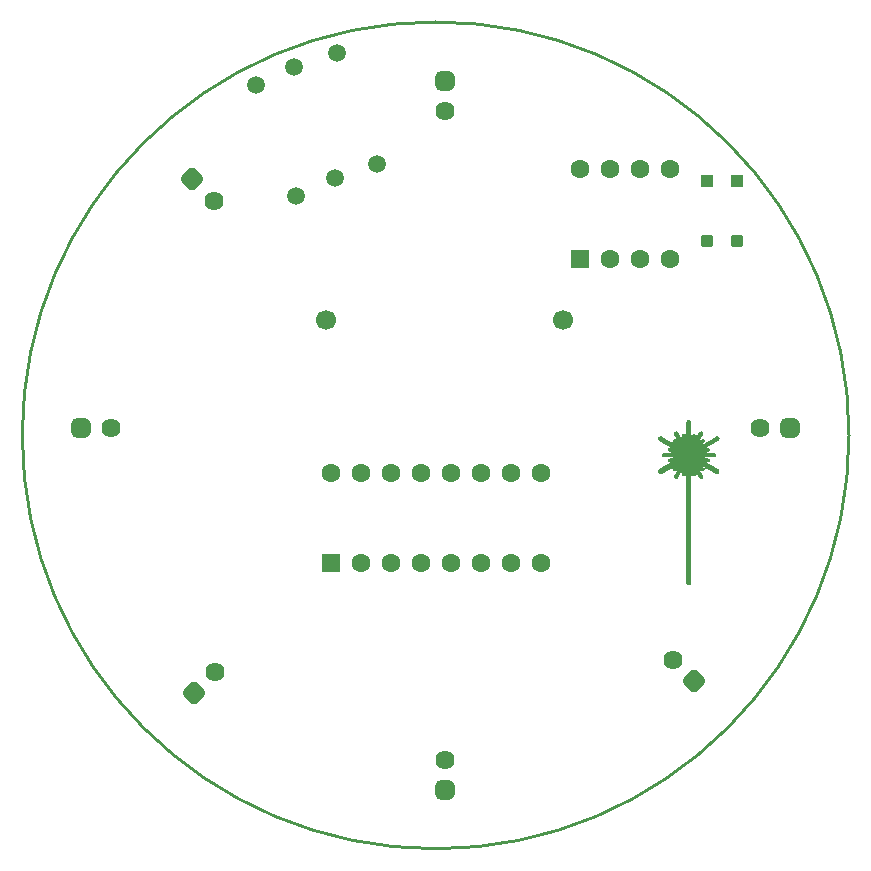
<source format=gbs>
G04*
G04 #@! TF.GenerationSoftware,Altium Limited,Altium Designer,25.0.2 (28)*
G04*
G04 Layer_Color=16711935*
%FSLAX25Y25*%
%MOIN*%
G70*
G04*
G04 #@! TF.SameCoordinates,12EFF0D5-E88D-419E-9C59-EC29542AE5DB*
G04*
G04*
G04 #@! TF.FilePolarity,Negative*
G04*
G01*
G75*
%ADD13C,0.01000*%
%ADD14C,0.05906*%
%ADD16C,0.06693*%
G04:AMPARAMS|DCode=17|XSize=43.31mil|YSize=43.31mil|CornerRadius=11.81mil|HoleSize=0mil|Usage=FLASHONLY|Rotation=270.000|XOffset=0mil|YOffset=0mil|HoleType=Round|Shape=RoundedRectangle|*
%AMROUNDEDRECTD17*
21,1,0.04331,0.01968,0,0,270.0*
21,1,0.01968,0.04331,0,0,270.0*
1,1,0.02362,-0.00984,-0.00984*
1,1,0.02362,-0.00984,0.00984*
1,1,0.02362,0.00984,0.00984*
1,1,0.02362,0.00984,-0.00984*
%
%ADD17ROUNDEDRECTD17*%
%ADD18R,0.04331X0.04331*%
%ADD19C,0.06299*%
%ADD20R,0.06299X0.06299*%
%ADD21C,0.06394*%
G04:AMPARAMS|DCode=22|XSize=63.94mil|YSize=63.94mil|CornerRadius=16.97mil|HoleSize=0mil|Usage=FLASHONLY|Rotation=0.000|XOffset=0mil|YOffset=0mil|HoleType=Round|Shape=RoundedRectangle|*
%AMROUNDEDRECTD22*
21,1,0.06394,0.03000,0,0,0.0*
21,1,0.03000,0.06394,0,0,0.0*
1,1,0.03394,0.01500,-0.01500*
1,1,0.03394,-0.01500,-0.01500*
1,1,0.03394,-0.01500,0.01500*
1,1,0.03394,0.01500,0.01500*
%
%ADD22ROUNDEDRECTD22*%
G04:AMPARAMS|DCode=23|XSize=63.94mil|YSize=63.94mil|CornerRadius=16.97mil|HoleSize=0mil|Usage=FLASHONLY|Rotation=315.000|XOffset=0mil|YOffset=0mil|HoleType=Round|Shape=RoundedRectangle|*
%AMROUNDEDRECTD23*
21,1,0.06394,0.03000,0,0,315.0*
21,1,0.03000,0.06394,0,0,315.0*
1,1,0.03394,0.00000,-0.02121*
1,1,0.03394,-0.02121,0.00000*
1,1,0.03394,0.00000,0.02121*
1,1,0.03394,0.02121,0.00000*
%
%ADD23ROUNDEDRECTD23*%
G04:AMPARAMS|DCode=24|XSize=63.94mil|YSize=63.94mil|CornerRadius=16.97mil|HoleSize=0mil|Usage=FLASHONLY|Rotation=270.000|XOffset=0mil|YOffset=0mil|HoleType=Round|Shape=RoundedRectangle|*
%AMROUNDEDRECTD24*
21,1,0.06394,0.03000,0,0,270.0*
21,1,0.03000,0.06394,0,0,270.0*
1,1,0.03394,-0.01500,-0.01500*
1,1,0.03394,-0.01500,0.01500*
1,1,0.03394,0.01500,0.01500*
1,1,0.03394,0.01500,-0.01500*
%
%ADD24ROUNDEDRECTD24*%
G04:AMPARAMS|DCode=25|XSize=63.94mil|YSize=63.94mil|CornerRadius=16.97mil|HoleSize=0mil|Usage=FLASHONLY|Rotation=225.000|XOffset=0mil|YOffset=0mil|HoleType=Round|Shape=RoundedRectangle|*
%AMROUNDEDRECTD25*
21,1,0.06394,0.03000,0,0,225.0*
21,1,0.03000,0.06394,0,0,225.0*
1,1,0.03394,-0.02121,0.00000*
1,1,0.03394,0.00000,0.02121*
1,1,0.03394,0.02121,0.00000*
1,1,0.03394,0.00000,-0.02121*
%
%ADD25ROUNDEDRECTD25*%
G36*
X222235Y142911D02*
X222245D01*
X222309Y142905D01*
X222319Y142903D01*
X222328Y142902D01*
X222392Y142889D01*
X222401Y142886D01*
X222410Y142884D01*
X222473Y142866D01*
X222481Y142862D01*
X222491Y142859D01*
X222551Y142834D01*
X222559Y142830D01*
X222568Y142826D01*
X222625Y142795D01*
X222633Y142790D01*
X222642Y142786D01*
X222696Y142750D01*
X222703Y142743D01*
X222711Y142738D01*
X222761Y142697D01*
X222768Y142690D01*
X222776Y142684D01*
X222821Y142638D01*
X222828Y142631D01*
X222834Y142624D01*
X222876Y142574D01*
X222881Y142566D01*
X222887Y142558D01*
X222923Y142504D01*
X222928Y142496D01*
X222933Y142488D01*
X222964Y142430D01*
X222967Y142422D01*
X222972Y142413D01*
X222997Y142353D01*
X223000Y142344D01*
X223003Y142335D01*
X223022Y142273D01*
X223024Y142263D01*
X223027Y142254D01*
X223039Y142191D01*
X223040Y142181D01*
X223042Y142171D01*
X223049Y142107D01*
Y142097D01*
X223049Y142087D01*
Y142055D01*
Y136691D01*
X223354Y137822D01*
X223354Y137822D01*
X223361Y137847D01*
X223365Y137859D01*
X223369Y137872D01*
X223389Y137920D01*
X223395Y137931D01*
X223400Y137943D01*
X223426Y137988D01*
X223434Y137998D01*
X223441Y138009D01*
X223472Y138050D01*
X223481Y138060D01*
X223489Y138070D01*
X223526Y138106D01*
X223536Y138115D01*
X223546Y138124D01*
X223587Y138155D01*
X223598Y138162D01*
X223608Y138169D01*
X223653Y138195D01*
X223665Y138201D01*
X223676Y138207D01*
X223724Y138226D01*
X223737Y138230D01*
X223749Y138235D01*
X223799Y138248D01*
X223812Y138250D01*
X223824Y138253D01*
X223876Y138260D01*
X223889Y138260D01*
X223902Y138262D01*
X223953Y138261D01*
X223966Y138260D01*
X223979Y138260D01*
X224031Y138253D01*
X224043Y138250D01*
X224056Y138248D01*
X224106Y138234D01*
X224118Y138230D01*
X224131Y138226D01*
X224179Y138206D01*
X224190Y138200D01*
X224202Y138195D01*
X224247Y138169D01*
X224257Y138161D01*
X224268Y138154D01*
X224309Y138123D01*
X224319Y138114D01*
X224329Y138106D01*
X224365Y138069D01*
X224374Y138059D01*
X224382Y138049D01*
X224414Y138008D01*
X224421Y137997D01*
X224428Y137987D01*
X224454Y137942D01*
X224460Y137930D01*
X224466Y137919D01*
X224485Y137871D01*
X224489Y137858D01*
X224494Y137846D01*
X224507Y137796D01*
X224509Y137783D01*
X224512Y137771D01*
X224519Y137719D01*
X224519Y137706D01*
X224520Y137694D01*
X224520Y137642D01*
X224519Y137629D01*
X224519Y137616D01*
X224512Y137564D01*
X224509Y137552D01*
X224507Y137539D01*
X224500Y137514D01*
X224500Y137514D01*
X224060Y135876D01*
X225726Y138765D01*
X225726Y138765D01*
X225726Y138765D01*
X225741Y138791D01*
X225747Y138800D01*
X225753Y138809D01*
X225788Y138857D01*
X225796Y138865D01*
X225802Y138874D01*
X225842Y138918D01*
X225851Y138925D01*
X225858Y138933D01*
X225903Y138972D01*
X225912Y138978D01*
X225921Y138985D01*
X225970Y139018D01*
X225979Y139024D01*
X225989Y139030D01*
X226041Y139058D01*
X226051Y139062D01*
X226061Y139067D01*
X226116Y139089D01*
X226127Y139092D01*
X226137Y139096D01*
X226195Y139111D01*
X226206Y139113D01*
X226216Y139115D01*
X226275Y139124D01*
X226286Y139125D01*
X226297Y139126D01*
X226356Y139129D01*
X226367Y139128D01*
X226378Y139128D01*
X226437Y139124D01*
X226448Y139122D01*
X226460Y139121D01*
X226518Y139110D01*
X226528Y139107D01*
X226539Y139105D01*
X226596Y139087D01*
X226606Y139083D01*
X226617Y139079D01*
X226671Y139056D01*
X226681Y139050D01*
X226691Y139046D01*
X226742Y139016D01*
X226751Y139010D01*
X226761Y139004D01*
X226808Y138969D01*
X226817Y138962D01*
X226825Y138955D01*
X226869Y138915D01*
X226876Y138906D01*
X226884Y138899D01*
X226923Y138854D01*
X226929Y138845D01*
X226936Y138836D01*
X226970Y138787D01*
X226975Y138777D01*
X226981Y138768D01*
X227009Y138716D01*
X227013Y138706D01*
X227018Y138696D01*
X227040Y138641D01*
X227043Y138630D01*
X227047Y138619D01*
X227062Y138562D01*
X227064Y138551D01*
X227067Y138541D01*
X227076Y138482D01*
X227076Y138471D01*
X227078Y138460D01*
X227080Y138401D01*
X227079Y138390D01*
X227079Y138379D01*
X227075Y138320D01*
X227073Y138309D01*
X227072Y138297D01*
X227061Y138239D01*
X227058Y138229D01*
X227056Y138218D01*
X227038Y138161D01*
X227034Y138151D01*
X227031Y138140D01*
X227007Y138086D01*
X227002Y138076D01*
X226997Y138066D01*
X226982Y138041D01*
X226982Y138041D01*
X225334Y135183D01*
X226502Y136349D01*
X226502D01*
Y136349D01*
X226521Y136367D01*
X226531Y136376D01*
X226540Y136384D01*
X226581Y136416D01*
X226592Y136423D01*
X226603Y136430D01*
X226648Y136456D01*
X226659Y136461D01*
X226671Y136468D01*
X226719Y136487D01*
X226731Y136491D01*
X226743Y136496D01*
X226793Y136509D01*
X226806Y136511D01*
X226819Y136514D01*
X226870Y136521D01*
X226883Y136521D01*
X226896Y136522D01*
X226948Y136522D01*
X226961Y136521D01*
X226974Y136521D01*
X227025Y136514D01*
X227038Y136511D01*
X227050Y136509D01*
X227101Y136495D01*
X227113Y136491D01*
X227125Y136487D01*
X227173Y136467D01*
X227185Y136461D01*
X227196Y136456D01*
X227241Y136430D01*
X227252Y136422D01*
X227263Y136415D01*
X227304Y136384D01*
X227313Y136375D01*
X227323Y136367D01*
X227360Y136330D01*
X227368Y136320D01*
X227377Y136310D01*
X227408Y136269D01*
X227415Y136258D01*
X227423Y136248D01*
X227449Y136203D01*
X227454Y136191D01*
X227460Y136179D01*
X227480Y136132D01*
X227484Y136119D01*
X227488Y136107D01*
X227502Y136057D01*
X227504Y136044D01*
X227507Y136032D01*
X227513Y135980D01*
X227514Y135967D01*
X227515Y135954D01*
X227515Y135902D01*
X227514Y135890D01*
X227513Y135877D01*
X227506Y135825D01*
X227503Y135813D01*
X227501Y135800D01*
X227488Y135750D01*
X227483Y135738D01*
X227480Y135725D01*
X227460Y135677D01*
X227453Y135666D01*
X227448Y135654D01*
X227422Y135609D01*
X227415Y135599D01*
X227408Y135588D01*
X227376Y135547D01*
X227367Y135537D01*
X227359Y135527D01*
X227341Y135509D01*
X227341Y135509D01*
X227341Y135509D01*
X226539Y134709D01*
X231144Y137372D01*
X231144Y137372D01*
X231144Y137372D01*
X231172Y137388D01*
X231181Y137392D01*
X231189Y137397D01*
X231248Y137423D01*
X231258Y137426D01*
X231266Y137431D01*
X231328Y137451D01*
X231337Y137454D01*
X231346Y137457D01*
X231409Y137471D01*
X231419Y137473D01*
X231429Y137475D01*
X231493Y137483D01*
X231502Y137484D01*
X231512Y137485D01*
X231577Y137487D01*
X231587Y137487D01*
X231596Y137487D01*
X231661Y137483D01*
X231670Y137481D01*
X231680Y137480D01*
X231744Y137470D01*
X231753Y137468D01*
X231763Y137466D01*
X231825Y137449D01*
X231835Y137446D01*
X231844Y137443D01*
X231905Y137420D01*
X231913Y137416D01*
X231922Y137413D01*
X231980Y137384D01*
X231989Y137379D01*
X231997Y137375D01*
X232052Y137341D01*
X232060Y137335D01*
X232068Y137330D01*
X232120Y137290D01*
X232127Y137284D01*
X232135Y137278D01*
X232182Y137233D01*
X232188Y137226D01*
X232195Y137220D01*
X232238Y137171D01*
X232244Y137163D01*
X232250Y137156D01*
X232288Y137103D01*
X232293Y137095D01*
X232298Y137087D01*
X232331Y137031D01*
X232335Y137022D01*
X232340Y137013D01*
X232366Y136954D01*
X232370Y136945D01*
X232374Y136936D01*
X232395Y136875D01*
X232397Y136866D01*
X232400Y136856D01*
X232415Y136793D01*
X232416Y136784D01*
X232418Y136774D01*
X232427Y136710D01*
X232427Y136700D01*
X232428Y136691D01*
X232430Y136626D01*
X232430Y136616D01*
X232430Y136607D01*
X232426Y136542D01*
X232424Y136532D01*
X232424Y136523D01*
X232413Y136459D01*
X232411Y136450D01*
X232409Y136440D01*
X232392Y136377D01*
X232389Y136368D01*
X232386Y136359D01*
X232364Y136298D01*
X232359Y136290D01*
X232356Y136281D01*
X232327Y136222D01*
X232322Y136214D01*
X232318Y136205D01*
X232284Y136150D01*
X232278Y136143D01*
X232273Y136135D01*
X232233Y136083D01*
X232227Y136076D01*
X232221Y136068D01*
X232176Y136021D01*
X232169Y136015D01*
X232163Y136007D01*
X232114Y135965D01*
X232106Y135959D01*
X232099Y135953D01*
X232046Y135915D01*
X232038Y135910D01*
X232030Y135904D01*
X232002Y135888D01*
X232002Y135888D01*
X227350Y133199D01*
X228508Y133508D01*
X228508Y133508D01*
X228533Y133514D01*
X228546Y133517D01*
X228558Y133520D01*
X228610Y133526D01*
X228623Y133527D01*
X228636Y133528D01*
X228688Y133528D01*
X228701Y133527D01*
X228713Y133526D01*
X228765Y133519D01*
X228778Y133516D01*
X228790Y133514D01*
X228840Y133501D01*
X228852Y133496D01*
X228865Y133493D01*
X228913Y133473D01*
X228924Y133466D01*
X228936Y133461D01*
X228981Y133435D01*
X228991Y133428D01*
X229002Y133421D01*
X229043Y133389D01*
X229053Y133380D01*
X229063Y133372D01*
X229099Y133335D01*
X229108Y133325D01*
X229117Y133316D01*
X229148Y133275D01*
X229155Y133264D01*
X229163Y133253D01*
X229188Y133208D01*
X229194Y133196D01*
X229200Y133185D01*
X229220Y133137D01*
X229223Y133125D01*
X229228Y133113D01*
X229241Y133063D01*
X229243Y133050D01*
X229246Y133037D01*
X229253Y132986D01*
X229253Y132973D01*
X229255Y132960D01*
X229255Y132908D01*
X229253Y132895D01*
X229253Y132882D01*
X229246Y132831D01*
X229243Y132818D01*
X229241Y132805D01*
X229227Y132755D01*
X229223Y132743D01*
X229219Y132731D01*
X229199Y132683D01*
X229193Y132671D01*
X229188Y132660D01*
X229162Y132615D01*
X229154Y132604D01*
X229148Y132593D01*
X229116Y132552D01*
X229107Y132543D01*
X229099Y132533D01*
X229062Y132496D01*
X229052Y132488D01*
X229043Y132479D01*
X229001Y132448D01*
X228990Y132441D01*
X228980Y132433D01*
X228935Y132407D01*
X228923Y132402D01*
X228912Y132396D01*
X228864Y132376D01*
X228851Y132372D01*
X228839Y132368D01*
X228814Y132361D01*
X228814D01*
X227167Y131921D01*
X230518Y131923D01*
D01*
X230548Y131923D01*
X230559Y131922D01*
X230570Y131922D01*
X230629Y131915D01*
X230640Y131913D01*
X230651Y131911D01*
X230708Y131898D01*
X230719Y131895D01*
X230730Y131892D01*
X230786Y131872D01*
X230796Y131868D01*
X230806Y131864D01*
X230859Y131838D01*
X230869Y131833D01*
X230879Y131827D01*
X230929Y131796D01*
X230938Y131789D01*
X230947Y131783D01*
X230994Y131746D01*
X231001Y131738D01*
X231010Y131731D01*
X231052Y131690D01*
X231059Y131681D01*
X231067Y131673D01*
X231104Y131627D01*
X231110Y131617D01*
X231117Y131609D01*
X231148Y131559D01*
X231153Y131549D01*
X231159Y131539D01*
X231185Y131486D01*
X231188Y131475D01*
X231193Y131465D01*
X231213Y131410D01*
X231215Y131399D01*
X231219Y131388D01*
X231232Y131330D01*
X231233Y131319D01*
X231236Y131309D01*
X231242Y131250D01*
X231242Y131239D01*
X231244Y131228D01*
X231244Y131168D01*
X231242Y131157D01*
X231242Y131146D01*
X231236Y131087D01*
X231234Y131077D01*
X231232Y131065D01*
X231219Y131008D01*
X231215Y130997D01*
X231213Y130986D01*
X231193Y130930D01*
X231189Y130920D01*
X231185Y130910D01*
X231159Y130857D01*
X231153Y130847D01*
X231148Y130837D01*
X231117Y130787D01*
X231110Y130778D01*
X231104Y130769D01*
X231067Y130723D01*
X231059Y130715D01*
X231052Y130706D01*
X231011Y130664D01*
X231002Y130657D01*
X230994Y130649D01*
X230948Y130612D01*
X230938Y130606D01*
X230930Y130600D01*
X230879Y130568D01*
X230870Y130563D01*
X230860Y130557D01*
X230807Y130532D01*
X230796Y130528D01*
X230786Y130523D01*
X230730Y130503D01*
X230720Y130501D01*
X230709Y130497D01*
X230651Y130484D01*
X230640Y130483D01*
X230629Y130481D01*
X230571Y130474D01*
X230559Y130474D01*
X230548Y130473D01*
X230519Y130473D01*
D01*
X227219Y130471D01*
X228812Y130043D01*
X228812Y130043D01*
X228812D01*
X228837Y130036D01*
X228849Y130031D01*
X228862Y130027D01*
X228909Y130008D01*
X228921Y130001D01*
X228933Y129996D01*
X228978Y129970D01*
X228988Y129963D01*
X228999Y129956D01*
X229040Y129924D01*
X229050Y129915D01*
X229060Y129907D01*
X229096Y129870D01*
X229104Y129860D01*
X229113Y129851D01*
X229145Y129810D01*
X229152Y129799D01*
X229159Y129788D01*
X229185Y129743D01*
X229190Y129731D01*
X229197Y129720D01*
X229216Y129672D01*
X229220Y129660D01*
X229225Y129648D01*
X229238Y129597D01*
X229240Y129585D01*
X229243Y129572D01*
X229250Y129520D01*
X229250Y129508D01*
X229252Y129495D01*
X229251Y129443D01*
X229250Y129430D01*
X229250Y129417D01*
X229243Y129366D01*
X229240Y129353D01*
X229238Y129340D01*
X229224Y129290D01*
X229220Y129278D01*
X229216Y129266D01*
X229196Y129218D01*
X229190Y129206D01*
X229185Y129194D01*
X229159Y129150D01*
X229151Y129139D01*
X229144Y129128D01*
X229113Y129087D01*
X229104Y129078D01*
X229096Y129068D01*
X229059Y129031D01*
X229049Y129023D01*
X229039Y129014D01*
X228998Y128982D01*
X228987Y128975D01*
X228977Y128968D01*
X228932Y128942D01*
X228920Y128937D01*
X228908Y128931D01*
X228861Y128911D01*
X228848Y128907D01*
X228836Y128903D01*
X228786Y128889D01*
X228773Y128887D01*
X228761Y128884D01*
X228709Y128877D01*
X228696Y128877D01*
X228683Y128876D01*
X228631Y128876D01*
X228619Y128877D01*
X228606Y128878D01*
X228554Y128884D01*
X228542Y128887D01*
X228529Y128890D01*
X228504Y128896D01*
X228504Y128896D01*
X228504D01*
X227324Y129214D01*
X231981Y126522D01*
X231981Y126522D01*
X232009Y126505D01*
X232017Y126500D01*
X232025Y126495D01*
X232078Y126457D01*
X232085Y126451D01*
X232093Y126445D01*
X232142Y126402D01*
X232149Y126395D01*
X232156Y126389D01*
X232200Y126342D01*
X232206Y126334D01*
X232213Y126327D01*
X232252Y126275D01*
X232257Y126267D01*
X232263Y126260D01*
X232297Y126205D01*
X232301Y126196D01*
X232307Y126188D01*
X232335Y126129D01*
X232339Y126120D01*
X232343Y126112D01*
X232366Y126051D01*
X232368Y126042D01*
X232372Y126032D01*
X232388Y125970D01*
X232390Y125960D01*
X232393Y125951D01*
X232403Y125887D01*
X232404Y125877D01*
X232405Y125868D01*
X232409Y125803D01*
X232409Y125794D01*
X232410Y125784D01*
X232408Y125719D01*
X232406Y125709D01*
X232406Y125700D01*
X232398Y125636D01*
X232395Y125626D01*
X232394Y125617D01*
X232379Y125553D01*
X232376Y125544D01*
X232374Y125535D01*
X232353Y125473D01*
X232349Y125465D01*
X232346Y125455D01*
X232319Y125397D01*
X232314Y125388D01*
X232310Y125379D01*
X232278Y125323D01*
X232272Y125315D01*
X232267Y125307D01*
X232230Y125254D01*
X232223Y125247D01*
X232218Y125239D01*
X232175Y125190D01*
X232168Y125184D01*
X232161Y125177D01*
X232114Y125132D01*
X232106Y125126D01*
X232099Y125120D01*
X232048Y125080D01*
X232040Y125075D01*
X232032Y125069D01*
X231977Y125035D01*
X231968Y125031D01*
X231960Y125026D01*
X231902Y124997D01*
X231893Y124994D01*
X231884Y124989D01*
X231823Y124967D01*
X231814Y124964D01*
X231805Y124961D01*
X231743Y124944D01*
X231733Y124942D01*
X231723Y124940D01*
X231660Y124929D01*
X231650Y124929D01*
X231640Y124927D01*
X231576Y124923D01*
X231566Y124923D01*
X231556Y124923D01*
X231492Y124925D01*
X231482Y124926D01*
X231472Y124926D01*
X231408Y124935D01*
X231399Y124937D01*
X231389Y124938D01*
X231326Y124953D01*
X231317Y124956D01*
X231307Y124958D01*
X231246Y124979D01*
X231237Y124983D01*
X231228Y124986D01*
X231169Y125013D01*
X231160Y125018D01*
X231152Y125022D01*
X231124Y125038D01*
X231124Y125038D01*
X226527Y127695D01*
X227345Y126875D01*
X227345Y126875D01*
X227364Y126857D01*
X227372Y126847D01*
X227381Y126837D01*
X227412Y126796D01*
X227419Y126785D01*
X227427Y126775D01*
X227453Y126730D01*
X227458Y126718D01*
X227464Y126707D01*
X227484Y126659D01*
X227487Y126646D01*
X227492Y126634D01*
X227505Y126584D01*
X227508Y126571D01*
X227510Y126559D01*
X227517Y126507D01*
X227518Y126494D01*
X227519Y126481D01*
X227519Y126429D01*
X227518Y126417D01*
X227517Y126404D01*
X227510Y126352D01*
X227507Y126340D01*
X227505Y126327D01*
X227492Y126277D01*
X227487Y126265D01*
X227483Y126252D01*
X227464Y126204D01*
X227457Y126193D01*
X227452Y126181D01*
X227426Y126136D01*
X227418Y126126D01*
X227412Y126115D01*
X227380Y126074D01*
X227371Y126064D01*
X227363Y126054D01*
X227326Y126018D01*
X227316Y126009D01*
X227307Y126001D01*
X227266Y125969D01*
X227255Y125962D01*
X227244Y125955D01*
X227199Y125929D01*
X227187Y125924D01*
X227176Y125917D01*
X227128Y125898D01*
X227116Y125894D01*
X227103Y125889D01*
X227053Y125876D01*
X227041Y125874D01*
X227028Y125871D01*
X226977Y125864D01*
X226964Y125864D01*
X226951Y125862D01*
X226899Y125863D01*
X226886Y125864D01*
X226873Y125864D01*
X226822Y125871D01*
X226809Y125874D01*
X226796Y125876D01*
X226746Y125890D01*
X226734Y125894D01*
X226722Y125898D01*
X226674Y125918D01*
X226662Y125924D01*
X226651Y125929D01*
X226606Y125955D01*
X226595Y125963D01*
X226584Y125970D01*
X226543Y126001D01*
X226534Y126010D01*
X226524Y126018D01*
X226505Y126037D01*
X226505Y126037D01*
X226505Y126037D01*
X225339Y127205D01*
X226989Y124351D01*
X226989Y124351D01*
X227003Y124326D01*
X227008Y124316D01*
X227013Y124306D01*
X227037Y124252D01*
X227041Y124241D01*
X227045Y124231D01*
X227062Y124174D01*
X227064Y124163D01*
X227068Y124153D01*
X227079Y124095D01*
X227080Y124083D01*
X227082Y124073D01*
X227086Y124013D01*
X227086Y124002D01*
X227086Y123991D01*
X227084Y123932D01*
X227083Y123921D01*
X227082Y123910D01*
X227073Y123852D01*
X227071Y123841D01*
X227069Y123830D01*
X227054Y123773D01*
X227050Y123762D01*
X227047Y123751D01*
X227025Y123696D01*
X227020Y123686D01*
X227016Y123676D01*
X226988Y123624D01*
X226982Y123615D01*
X226977Y123605D01*
X226943Y123556D01*
X226936Y123547D01*
X226930Y123538D01*
X226891Y123493D01*
X226883Y123486D01*
X226876Y123477D01*
X226833Y123437D01*
X226824Y123430D01*
X226815Y123423D01*
X226768Y123388D01*
X226758Y123382D01*
X226749Y123375D01*
X226698Y123346D01*
X226688Y123341D01*
X226678Y123336D01*
X226624Y123312D01*
X226613Y123309D01*
X226603Y123304D01*
X226547Y123287D01*
X226536Y123285D01*
X226525Y123282D01*
X226467Y123271D01*
X226456Y123270D01*
X226445Y123268D01*
X226386Y123263D01*
X226375Y123264D01*
X226363Y123263D01*
X226304Y123265D01*
X226293Y123266D01*
X226282Y123267D01*
X226224Y123276D01*
X226213Y123278D01*
X226202Y123280D01*
X226145Y123296D01*
X226134Y123300D01*
X226124Y123303D01*
X226069Y123324D01*
X226059Y123329D01*
X226048Y123333D01*
X225996Y123361D01*
X225987Y123367D01*
X225977Y123372D01*
X225928Y123406D01*
X225920Y123413D01*
X225910Y123419D01*
X225866Y123458D01*
X225858Y123466D01*
X225850Y123473D01*
X225809Y123517D01*
X225803Y123526D01*
X225795Y123534D01*
X225760Y123582D01*
X225754Y123591D01*
X225748Y123600D01*
X225733Y123626D01*
X225733Y123626D01*
X224047Y126543D01*
X224488Y124889D01*
X224488Y124889D01*
X224495Y124864D01*
X224497Y124851D01*
X224500Y124839D01*
X224507Y124787D01*
X224507Y124775D01*
X224508Y124761D01*
X224508Y124710D01*
X224507Y124697D01*
X224507Y124684D01*
X224500Y124632D01*
X224497Y124620D01*
X224495Y124607D01*
X224481Y124557D01*
X224477Y124545D01*
X224473Y124532D01*
X224453Y124485D01*
X224447Y124473D01*
X224442Y124461D01*
X224416Y124416D01*
X224408Y124406D01*
X224401Y124395D01*
X224370Y124354D01*
X224361Y124344D01*
X224353Y124334D01*
X224316Y124298D01*
X224306Y124290D01*
X224296Y124281D01*
X224255Y124249D01*
X224244Y124242D01*
X224234Y124235D01*
X224189Y124209D01*
X224177Y124204D01*
X224166Y124197D01*
X224118Y124178D01*
X224105Y124174D01*
X224093Y124169D01*
X224043Y124156D01*
X224030Y124154D01*
X224018Y124151D01*
X223966Y124144D01*
X223953Y124144D01*
X223940Y124143D01*
X223888Y124143D01*
X223875Y124144D01*
X223863Y124144D01*
X223811Y124151D01*
X223799Y124154D01*
X223786Y124156D01*
X223736Y124170D01*
X223724Y124174D01*
X223711Y124178D01*
X223663Y124198D01*
X223652Y124204D01*
X223640Y124209D01*
X223595Y124235D01*
X223585Y124243D01*
X223574Y124250D01*
X223533Y124281D01*
X223523Y124290D01*
X223513Y124299D01*
X223477Y124335D01*
X223468Y124345D01*
X223460Y124355D01*
X223428Y124396D01*
X223421Y124407D01*
X223414Y124417D01*
X223388Y124462D01*
X223382Y124474D01*
X223376Y124486D01*
X223357Y124533D01*
X223353Y124546D01*
X223348Y124558D01*
X223341Y124583D01*
X223049Y125677D01*
Y88749D01*
Y88717D01*
X223049Y88708D01*
Y88698D01*
X223042Y88633D01*
X223040Y88624D01*
X223039Y88614D01*
X223027Y88551D01*
X223024Y88541D01*
X223022Y88532D01*
X223003Y88470D01*
X223000Y88461D01*
X222997Y88451D01*
X222972Y88392D01*
X222967Y88383D01*
X222964Y88374D01*
X222933Y88317D01*
X222928Y88309D01*
X222923Y88300D01*
X222887Y88247D01*
X222881Y88239D01*
X222876Y88231D01*
X222834Y88181D01*
X222828Y88174D01*
X222821Y88167D01*
X222776Y88121D01*
X222768Y88115D01*
X222761Y88108D01*
X222711Y88067D01*
X222703Y88061D01*
X222696Y88055D01*
X222642Y88019D01*
X222633Y88015D01*
X222625Y88009D01*
X222568Y87979D01*
X222559Y87975D01*
X222551Y87970D01*
X222491Y87946D01*
X222481Y87943D01*
X222473Y87939D01*
X222410Y87920D01*
X222401Y87918D01*
X222392Y87915D01*
X222328Y87903D01*
X222319Y87902D01*
X222309Y87900D01*
X222245Y87894D01*
X222235D01*
X222225Y87893D01*
X222160D01*
X222151Y87894D01*
X222141D01*
X222077Y87900D01*
X222067Y87902D01*
X222057Y87903D01*
X221994Y87915D01*
X221985Y87918D01*
X221975Y87920D01*
X221913Y87939D01*
X221904Y87943D01*
X221895Y87946D01*
X221835Y87970D01*
X221827Y87975D01*
X221817Y87979D01*
X221760Y88009D01*
X221752Y88015D01*
X221744Y88019D01*
X221690Y88055D01*
X221682Y88061D01*
X221674Y88067D01*
X221624Y88108D01*
X221617Y88115D01*
X221610Y88121D01*
X221564Y88167D01*
X221558Y88174D01*
X221551Y88181D01*
X221510Y88231D01*
X221505Y88239D01*
X221498Y88247D01*
X221462Y88300D01*
X221458Y88309D01*
X221452Y88317D01*
X221422Y88374D01*
X221418Y88383D01*
X221414Y88392D01*
X221389Y88451D01*
X221386Y88461D01*
X221382Y88470D01*
X221364Y88532D01*
X221362Y88541D01*
X221359Y88551D01*
X221346Y88614D01*
X221345Y88624D01*
X221343Y88633D01*
X221337Y88698D01*
Y88708D01*
X221336Y88717D01*
Y88749D01*
Y125750D01*
X221023Y124585D01*
Y124585D01*
X221017Y124562D01*
X221013Y124551D01*
X221009Y124540D01*
X220991Y124496D01*
X220986Y124485D01*
X220981Y124474D01*
X220958Y124433D01*
X220952Y124423D01*
X220946Y124413D01*
X220918Y124374D01*
X220910Y124365D01*
X220903Y124356D01*
X220871Y124321D01*
X220862Y124313D01*
X220854Y124304D01*
X220818Y124273D01*
X220808Y124266D01*
X220799Y124259D01*
X220760Y124232D01*
X220749Y124227D01*
X220739Y124221D01*
X220696Y124199D01*
X220686Y124195D01*
X220675Y124190D01*
X220630Y124173D01*
X220619Y124170D01*
X220607Y124167D01*
X220561Y124156D01*
X220549Y124154D01*
X220538Y124152D01*
X220491Y124147D01*
X220479Y124147D01*
X220467Y124146D01*
X220419Y124146D01*
X220407Y124147D01*
X220396Y124148D01*
X220349Y124154D01*
X220337Y124157D01*
X220325Y124159D01*
X220279Y124170D01*
X220268Y124174D01*
X220257Y124178D01*
X220212Y124195D01*
X220202Y124200D01*
X220191Y124205D01*
X220149Y124227D01*
X220139Y124234D01*
X220129Y124240D01*
X220090Y124267D01*
X220081Y124275D01*
X220071Y124282D01*
X220036Y124313D01*
X220028Y124322D01*
X220019Y124330D01*
X219988Y124366D01*
X219981Y124376D01*
X219973Y124385D01*
X219947Y124424D01*
X219941Y124434D01*
X219934Y124444D01*
X219912Y124486D01*
X219908Y124497D01*
X219903Y124508D01*
X219886Y124553D01*
X219883Y124564D01*
X219879Y124575D01*
X219868Y124621D01*
X219866Y124633D01*
X219864Y124645D01*
X219858Y124692D01*
X219858Y124704D01*
X219856Y124716D01*
Y124739D01*
Y124752D01*
X219857Y124759D01*
X219857Y124765D01*
X219859Y124791D01*
X219860Y124798D01*
X219860Y124804D01*
X219863Y124830D01*
X219865Y124836D01*
X219865Y124843D01*
X219870Y124868D01*
X219872Y124874D01*
X219873Y124881D01*
X219877Y124893D01*
X219877Y124893D01*
X219877Y124893D01*
X220293Y126443D01*
X218667Y123622D01*
X218667Y123622D01*
X218667Y123622D01*
X218652Y123597D01*
X218646Y123589D01*
X218641Y123579D01*
X218606Y123533D01*
X218599Y123525D01*
X218593Y123516D01*
X218554Y123474D01*
X218546Y123467D01*
X218539Y123459D01*
X218495Y123421D01*
X218486Y123414D01*
X218478Y123407D01*
X218431Y123374D01*
X218422Y123369D01*
X218413Y123363D01*
X218362Y123335D01*
X218352Y123331D01*
X218343Y123326D01*
X218290Y123304D01*
X218279Y123301D01*
X218269Y123297D01*
X218214Y123281D01*
X218203Y123278D01*
X218193Y123276D01*
X218136Y123266D01*
X218126Y123265D01*
X218115Y123263D01*
X218057Y123259D01*
X218047Y123260D01*
X218036Y123259D01*
X217978Y123261D01*
X217968Y123263D01*
X217957Y123264D01*
X217900Y123272D01*
X217890Y123275D01*
X217879Y123277D01*
X217823Y123292D01*
X217813Y123295D01*
X217803Y123298D01*
X217749Y123319D01*
X217739Y123324D01*
X217729Y123328D01*
X217678Y123355D01*
X217669Y123361D01*
X217660Y123366D01*
X217612Y123398D01*
X217603Y123405D01*
X217595Y123411D01*
X217550Y123448D01*
X217543Y123455D01*
X217535Y123462D01*
X217495Y123504D01*
X217488Y123512D01*
X217481Y123520D01*
X217446Y123566D01*
X217440Y123575D01*
X217434Y123584D01*
X217404Y123633D01*
X217399Y123643D01*
X217394Y123652D01*
X217369Y123704D01*
X217366Y123714D01*
X217361Y123724D01*
X217343Y123779D01*
X217340Y123789D01*
X217337Y123800D01*
X217324Y123856D01*
X217323Y123867D01*
X217321Y123877D01*
X217315Y123934D01*
X217315Y123945D01*
X217314Y123956D01*
Y123985D01*
Y124002D01*
X217314Y124008D01*
X217314Y124015D01*
X217316Y124049D01*
X217317Y124056D01*
X217317Y124062D01*
X217322Y124096D01*
X217323Y124103D01*
X217324Y124109D01*
X217331Y124143D01*
X217333Y124149D01*
X217334Y124155D01*
X217343Y124189D01*
X217345Y124195D01*
X217346Y124201D01*
X217357Y124234D01*
X217360Y124240D01*
X217362Y124246D01*
X217375Y124278D01*
X217378Y124284D01*
X217380Y124290D01*
X217396Y124321D01*
X217399Y124326D01*
X217402Y124332D01*
X217410Y124347D01*
X217410Y124347D01*
X219110Y127293D01*
X217865Y126051D01*
X217865Y126051D01*
X217865Y126051D01*
X217865Y126051D01*
X217849Y126034D01*
X217840Y126027D01*
X217831Y126019D01*
X217794Y125990D01*
X217785Y125984D01*
X217775Y125977D01*
X217736Y125952D01*
X217725Y125947D01*
X217715Y125942D01*
X217673Y125922D01*
X217662Y125918D01*
X217651Y125914D01*
X217607Y125899D01*
X217595Y125897D01*
X217584Y125893D01*
X217538Y125884D01*
X217527Y125883D01*
X217515Y125881D01*
X217469Y125877D01*
X217457Y125878D01*
X217445Y125877D01*
X217399Y125879D01*
X217387Y125880D01*
X217376Y125881D01*
X217330Y125888D01*
X217318Y125891D01*
X217307Y125893D01*
X217262Y125906D01*
X217251Y125910D01*
X217240Y125914D01*
X217197Y125932D01*
X217187Y125937D01*
X217176Y125942D01*
X217135Y125965D01*
X217126Y125971D01*
X217116Y125977D01*
X217078Y126005D01*
X217069Y126012D01*
X217060Y126019D01*
X217026Y126051D01*
X217018Y126060D01*
X217010Y126068D01*
X216979Y126103D01*
X216973Y126113D01*
X216965Y126122D01*
X216939Y126161D01*
X216934Y126171D01*
X216928Y126181D01*
X216906Y126222D01*
X216902Y126233D01*
X216897Y126244D01*
X216881Y126287D01*
X216878Y126299D01*
X216874Y126310D01*
X216863Y126355D01*
X216862Y126367D01*
X216859Y126378D01*
X216854Y126424D01*
X216853Y126436D01*
X216852Y126448D01*
Y126471D01*
Y126490D01*
X216853Y126500D01*
Y126510D01*
X216857Y126549D01*
X216859Y126558D01*
X216860Y126568D01*
X216868Y126606D01*
X216870Y126615D01*
X216872Y126625D01*
X216884Y126662D01*
X216887Y126671D01*
X216890Y126680D01*
X216905Y126716D01*
X216910Y126725D01*
X216913Y126734D01*
X216932Y126768D01*
X216937Y126776D01*
X216942Y126785D01*
X216963Y126817D01*
X216970Y126825D01*
X216975Y126833D01*
X217000Y126863D01*
X217007Y126870D01*
X217013Y126877D01*
X217026Y126891D01*
X217027Y126891D01*
X217833Y127696D01*
X213233Y125036D01*
X213233Y125036D01*
D01*
X213203Y125019D01*
X213193Y125014D01*
X213184Y125009D01*
X213121Y124981D01*
X213111Y124978D01*
X213102Y124974D01*
X213036Y124952D01*
X213026Y124950D01*
X213016Y124947D01*
X212949Y124933D01*
X212938Y124931D01*
X212928Y124929D01*
X212860Y124922D01*
X212849Y124922D01*
X212839Y124921D01*
X212770Y124921D01*
X212759Y124922D01*
X212749Y124922D01*
X212680Y124929D01*
X212670Y124931D01*
X212660Y124932D01*
X212592Y124947D01*
X212582Y124950D01*
X212572Y124952D01*
X212507Y124973D01*
X212497Y124978D01*
X212487Y124981D01*
X212424Y125009D01*
X212415Y125014D01*
X212406Y125018D01*
X212346Y125053D01*
X212337Y125059D01*
X212328Y125064D01*
X212273Y125105D01*
X212265Y125111D01*
X212256Y125118D01*
X212205Y125164D01*
X212198Y125172D01*
X212190Y125179D01*
X212144Y125230D01*
X212138Y125238D01*
X212131Y125246D01*
X212090Y125302D01*
X212085Y125311D01*
X212079Y125319D01*
X212045Y125379D01*
X212040Y125388D01*
X212035Y125398D01*
X212007Y125461D01*
X212004Y125470D01*
X212000Y125480D01*
X211978Y125546D01*
X211976Y125556D01*
X211973Y125566D01*
X211959Y125633D01*
X211958Y125643D01*
X211955Y125654D01*
X211948Y125722D01*
X211948Y125733D01*
X211947Y125743D01*
Y125778D01*
Y125806D01*
X211948Y125815D01*
X211948Y125823D01*
X211953Y125881D01*
X211954Y125889D01*
X211955Y125898D01*
X211965Y125955D01*
X211967Y125963D01*
X211969Y125971D01*
X211984Y126027D01*
X211987Y126035D01*
X211989Y126043D01*
X212009Y126097D01*
X212012Y126105D01*
X212015Y126113D01*
X212039Y126165D01*
X212044Y126173D01*
X212047Y126181D01*
X212076Y126231D01*
X212081Y126238D01*
X212085Y126245D01*
X212118Y126292D01*
X212124Y126299D01*
X212129Y126306D01*
X212166Y126350D01*
X212172Y126356D01*
X212177Y126363D01*
X212218Y126403D01*
X212225Y126409D01*
X212231Y126415D01*
X212275Y126452D01*
X212282Y126457D01*
X212288Y126463D01*
X212336Y126496D01*
X212343Y126500D01*
X212350Y126505D01*
X212375Y126519D01*
X212375Y126519D01*
X217044Y129219D01*
X215879Y128908D01*
X215879D01*
X215857Y128902D01*
X215846Y128900D01*
X215835Y128898D01*
X215790Y128891D01*
X215779Y128890D01*
X215768Y128889D01*
X215722Y128887D01*
X215711Y128888D01*
X215700Y128888D01*
X215654Y128892D01*
X215643Y128894D01*
X215632Y128895D01*
X215588Y128904D01*
X215577Y128907D01*
X215566Y128910D01*
X215523Y128923D01*
X215512Y128928D01*
X215501Y128931D01*
X215460Y128950D01*
X215450Y128956D01*
X215440Y128961D01*
X215401Y128984D01*
X215392Y128991D01*
X215383Y128997D01*
X215347Y129025D01*
X215338Y129032D01*
X215329Y129039D01*
X215297Y129071D01*
X215289Y129079D01*
X215282Y129087D01*
X215253Y129122D01*
X215247Y129132D01*
X215239Y129141D01*
X215215Y129179D01*
X215210Y129189D01*
X215204Y129199D01*
X215184Y129239D01*
X215180Y129250D01*
X215175Y129260D01*
X215160Y129303D01*
X215157Y129314D01*
X215153Y129325D01*
X215143Y129369D01*
X215141Y129380D01*
X215139Y129391D01*
X215134Y129436D01*
X215134Y129447D01*
X215132Y129459D01*
Y129481D01*
Y129503D01*
X215134Y129514D01*
X215134Y129525D01*
X215138Y129568D01*
X215141Y129578D01*
X215142Y129589D01*
X215151Y129631D01*
X215155Y129641D01*
X215157Y129652D01*
X215171Y129693D01*
X215176Y129702D01*
X215179Y129713D01*
X215197Y129752D01*
X215203Y129761D01*
X215208Y129771D01*
X215230Y129808D01*
X215236Y129817D01*
X215242Y129826D01*
X215268Y129860D01*
X215276Y129868D01*
X215283Y129876D01*
X215313Y129908D01*
X215321Y129915D01*
X215328Y129922D01*
X215361Y129950D01*
X215370Y129956D01*
X215379Y129963D01*
X215415Y129987D01*
X215424Y129992D01*
X215433Y129998D01*
X215472Y130018D01*
X215481Y130022D01*
X215491Y130027D01*
X215531Y130043D01*
X215542Y130045D01*
X215552Y130049D01*
X215573Y130055D01*
X215573D01*
X215573Y130055D01*
X217115Y130466D01*
X213875Y130465D01*
X213875Y130465D01*
X213849Y130465D01*
X213839Y130466D01*
X213829Y130466D01*
X213778Y130471D01*
X213768Y130473D01*
X213758Y130474D01*
X213708Y130484D01*
X213698Y130487D01*
X213689Y130488D01*
X213639Y130503D01*
X213630Y130507D01*
X213621Y130510D01*
X213573Y130530D01*
X213564Y130534D01*
X213555Y130538D01*
X213510Y130562D01*
X213502Y130568D01*
X213493Y130572D01*
X213450Y130601D01*
X213442Y130607D01*
X213434Y130613D01*
X213394Y130646D01*
X213387Y130653D01*
X213380Y130659D01*
X213343Y130695D01*
X213337Y130703D01*
X213330Y130710D01*
X213297Y130750D01*
X213292Y130758D01*
X213286Y130765D01*
X213257Y130808D01*
X213252Y130817D01*
X213247Y130825D01*
X213223Y130871D01*
X213219Y130880D01*
X213214Y130888D01*
X213194Y130936D01*
X213192Y130946D01*
X213188Y130955D01*
X213173Y131004D01*
X213171Y131014D01*
X213168Y131023D01*
X213158Y131074D01*
X213157Y131084D01*
X213155Y131093D01*
X213150Y131145D01*
Y131154D01*
X213149Y131164D01*
Y131190D01*
Y131216D01*
X213150Y131226D01*
Y131235D01*
X213155Y131287D01*
X213157Y131296D01*
X213158Y131306D01*
X213168Y131357D01*
X213171Y131366D01*
X213173Y131376D01*
X213188Y131425D01*
X213192Y131434D01*
X213194Y131443D01*
X213214Y131491D01*
X213219Y131500D01*
X213222Y131509D01*
X213247Y131554D01*
X213252Y131562D01*
X213257Y131571D01*
X213286Y131614D01*
X213292Y131622D01*
X213297Y131630D01*
X213330Y131670D01*
X213337Y131677D01*
X213343Y131684D01*
X213380Y131721D01*
X213387Y131727D01*
X213394Y131734D01*
X213434Y131767D01*
X213442Y131772D01*
X213450Y131778D01*
X213493Y131807D01*
X213501Y131812D01*
X213509Y131817D01*
X213555Y131842D01*
X213564Y131845D01*
X213573Y131850D01*
X213620Y131870D01*
X213630Y131872D01*
X213639Y131876D01*
X213688Y131891D01*
X213698Y131893D01*
X213707Y131896D01*
X213758Y131906D01*
X213768Y131907D01*
X213777Y131909D01*
X213828Y131914D01*
X213838Y131914D01*
X213848Y131915D01*
X213874Y131915D01*
D01*
X217273Y131917D01*
X215575Y132373D01*
X215575Y132373D01*
X215554Y132379D01*
X215544Y132383D01*
X215534Y132386D01*
X215493Y132401D01*
X215484Y132406D01*
X215474Y132410D01*
X215436Y132430D01*
X215427Y132436D01*
X215417Y132441D01*
X215381Y132465D01*
X215373Y132472D01*
X215364Y132478D01*
X215331Y132506D01*
X215323Y132514D01*
X215315Y132521D01*
X215285Y132552D01*
X215279Y132560D01*
X215271Y132568D01*
X215245Y132603D01*
X215239Y132612D01*
X215233Y132620D01*
X215211Y132657D01*
X215206Y132667D01*
X215200Y132676D01*
X215182Y132715D01*
X215178Y132726D01*
X215174Y132735D01*
X215160Y132776D01*
X215158Y132787D01*
X215154Y132797D01*
X215145Y132839D01*
X215144Y132850D01*
X215142Y132860D01*
X215137Y132903D01*
X215137Y132914D01*
X215136Y132925D01*
Y132946D01*
Y132969D01*
X215137Y132980D01*
X215137Y132992D01*
X215142Y133037D01*
X215145Y133048D01*
X215146Y133059D01*
X215156Y133103D01*
X215160Y133114D01*
X215163Y133125D01*
X215178Y133168D01*
X215183Y133178D01*
X215187Y133189D01*
X215207Y133229D01*
X215213Y133239D01*
X215218Y133249D01*
X215243Y133287D01*
X215250Y133296D01*
X215256Y133306D01*
X215285Y133341D01*
X215293Y133349D01*
X215300Y133357D01*
X215333Y133389D01*
X215342Y133396D01*
X215350Y133404D01*
X215386Y133431D01*
X215396Y133437D01*
X215405Y133444D01*
X215444Y133467D01*
X215454Y133472D01*
X215464Y133478D01*
X215505Y133496D01*
X215516Y133500D01*
X215526Y133505D01*
X215570Y133519D01*
X215581Y133521D01*
X215592Y133524D01*
X215636Y133533D01*
X215647Y133534D01*
X215659Y133536D01*
X215704Y133540D01*
X215715Y133540D01*
X215726Y133540D01*
X215772Y133539D01*
X215783Y133537D01*
X215794Y133537D01*
X215839Y133530D01*
X215850Y133527D01*
X215861Y133526D01*
X215883Y133520D01*
X215883Y133520D01*
X215883D01*
X216944Y133234D01*
X212353Y135888D01*
X212353Y135888D01*
X212328Y135903D01*
X212321Y135908D01*
X212313Y135912D01*
X212266Y135945D01*
X212260Y135950D01*
X212252Y135955D01*
X212208Y135992D01*
X212202Y135998D01*
X212196Y136004D01*
X212155Y136045D01*
X212150Y136051D01*
X212143Y136057D01*
X212106Y136101D01*
X212102Y136109D01*
X212096Y136115D01*
X212063Y136162D01*
X212059Y136170D01*
X212054Y136177D01*
X212025Y136227D01*
X212021Y136234D01*
X212017Y136242D01*
X211993Y136294D01*
X211990Y136302D01*
X211986Y136310D01*
X211966Y136364D01*
X211964Y136372D01*
X211961Y136381D01*
X211946Y136436D01*
X211945Y136444D01*
X211943Y136453D01*
X211933Y136510D01*
X211932Y136518D01*
X211930Y136527D01*
X211925Y136584D01*
X211926Y136592D01*
X211925Y136601D01*
Y136630D01*
Y136664D01*
X211926Y136675D01*
X211926Y136685D01*
X211933Y136754D01*
X211935Y136764D01*
X211936Y136774D01*
X211951Y136842D01*
X211954Y136852D01*
X211956Y136862D01*
X211977Y136927D01*
X211981Y136937D01*
X211985Y136947D01*
X212013Y137010D01*
X212018Y137019D01*
X212022Y137028D01*
X212057Y137088D01*
X212063Y137097D01*
X212068Y137106D01*
X212109Y137162D01*
X212116Y137169D01*
X212122Y137178D01*
X212168Y137229D01*
X212176Y137236D01*
X212183Y137244D01*
X212234Y137290D01*
X212242Y137296D01*
X212250Y137303D01*
X212306Y137343D01*
X212315Y137349D01*
X212323Y137355D01*
X212383Y137389D01*
X212392Y137393D01*
X212402Y137399D01*
X212465Y137427D01*
X212474Y137430D01*
X212484Y137434D01*
X212550Y137455D01*
X212560Y137458D01*
X212570Y137461D01*
X212637Y137475D01*
X212648Y137476D01*
X212658Y137478D01*
X212726Y137486D01*
X212737Y137486D01*
X212747Y137487D01*
X212816Y137487D01*
X212826Y137486D01*
X212837Y137486D01*
X212906Y137478D01*
X212916Y137476D01*
X212926Y137475D01*
X212994Y137461D01*
X213003Y137458D01*
X213014Y137455D01*
X213079Y137434D01*
X213089Y137430D01*
X213099Y137426D01*
X213162Y137398D01*
X213171Y137393D01*
X213180Y137389D01*
X213210Y137372D01*
X213210Y137372D01*
X217894Y134664D01*
X217048Y135512D01*
X217047Y135512D01*
X217047Y135512D01*
X217047Y135512D01*
X217034Y135526D01*
X217027Y135534D01*
X217021Y135540D01*
X216996Y135571D01*
X216990Y135579D01*
X216984Y135586D01*
X216963Y135618D01*
X216958Y135627D01*
X216953Y135635D01*
X216935Y135669D01*
X216931Y135678D01*
X216926Y135687D01*
X216912Y135723D01*
X216909Y135732D01*
X216905Y135741D01*
X216894Y135778D01*
X216892Y135788D01*
X216889Y135797D01*
X216881Y135835D01*
X216880Y135845D01*
X216879Y135854D01*
X216875Y135893D01*
Y135903D01*
X216874Y135912D01*
Y135932D01*
Y135955D01*
X216875Y135967D01*
X216875Y135978D01*
X216881Y136024D01*
X216883Y136036D01*
X216885Y136047D01*
X216896Y136093D01*
X216899Y136104D01*
X216902Y136115D01*
X216919Y136159D01*
X216924Y136170D01*
X216928Y136180D01*
X216949Y136222D01*
X216955Y136232D01*
X216961Y136242D01*
X216987Y136281D01*
X216994Y136290D01*
X217001Y136299D01*
X217031Y136335D01*
X217040Y136343D01*
X217047Y136352D01*
X217082Y136383D01*
X217091Y136390D01*
X217100Y136398D01*
X217138Y136426D01*
X217148Y136432D01*
X217157Y136438D01*
X217198Y136461D01*
X217209Y136466D01*
X217219Y136471D01*
X217262Y136489D01*
X217273Y136492D01*
X217284Y136497D01*
X217329Y136509D01*
X217340Y136511D01*
X217352Y136514D01*
X217398Y136521D01*
X217409Y136522D01*
X217421Y136524D01*
X217468Y136525D01*
X217479Y136525D01*
X217491Y136525D01*
X217537Y136521D01*
X217549Y136519D01*
X217561Y136518D01*
X217606Y136509D01*
X217618Y136506D01*
X217629Y136503D01*
X217673Y136489D01*
X217684Y136484D01*
X217695Y136480D01*
X217737Y136461D01*
X217747Y136455D01*
X217758Y136450D01*
X217798Y136425D01*
X217807Y136418D01*
X217817Y136412D01*
X217853Y136383D01*
X217862Y136375D01*
X217871Y136367D01*
X217887Y136351D01*
Y136351D01*
X217887D01*
X219053Y135183D01*
X217404Y138036D01*
X217404Y138036D01*
X217395Y138051D01*
X217393Y138057D01*
X217389Y138063D01*
X217374Y138093D01*
X217372Y138100D01*
X217369Y138105D01*
X217355Y138137D01*
X217354Y138144D01*
X217351Y138149D01*
X217340Y138182D01*
X217338Y138189D01*
X217336Y138195D01*
X217327Y138228D01*
X217326Y138234D01*
X217324Y138241D01*
X217317Y138274D01*
X217317Y138281D01*
X217315Y138287D01*
X217311Y138321D01*
X217311Y138328D01*
X217309Y138334D01*
X217307Y138369D01*
X217307Y138375D01*
X217307Y138382D01*
Y138399D01*
Y138428D01*
X217308Y138438D01*
X217308Y138449D01*
X217314Y138507D01*
X217317Y138517D01*
X217318Y138528D01*
X217330Y138584D01*
X217334Y138594D01*
X217336Y138605D01*
X217354Y138659D01*
X217359Y138669D01*
X217363Y138679D01*
X217387Y138732D01*
X217392Y138741D01*
X217397Y138751D01*
X217427Y138800D01*
X217433Y138808D01*
X217439Y138818D01*
X217474Y138863D01*
X217481Y138871D01*
X217488Y138880D01*
X217528Y138921D01*
X217536Y138928D01*
X217544Y138936D01*
X217588Y138973D01*
X217597Y138979D01*
X217605Y138986D01*
X217653Y139018D01*
X217662Y139023D01*
X217671Y139029D01*
X217723Y139056D01*
X217733Y139059D01*
X217742Y139064D01*
X217796Y139085D01*
X217806Y139088D01*
X217816Y139092D01*
X217872Y139107D01*
X217882Y139109D01*
X217893Y139111D01*
X217950Y139120D01*
X217961Y139121D01*
X217971Y139122D01*
X218029Y139125D01*
X218040Y139124D01*
X218050Y139125D01*
X218108Y139121D01*
X218119Y139119D01*
X218129Y139118D01*
X218186Y139108D01*
X218197Y139105D01*
X218207Y139103D01*
X218262Y139087D01*
X218272Y139083D01*
X218283Y139080D01*
X218336Y139058D01*
X218345Y139053D01*
X218355Y139049D01*
X218406Y139021D01*
X218415Y139015D01*
X218424Y139010D01*
X218471Y138977D01*
X218479Y138970D01*
X218488Y138963D01*
X218531Y138925D01*
X218539Y138918D01*
X218547Y138910D01*
X218586Y138868D01*
X218592Y138859D01*
X218600Y138851D01*
X218634Y138805D01*
X218639Y138796D01*
X218645Y138787D01*
X218660Y138762D01*
X218660Y138762D01*
X220326Y135879D01*
X219888Y137518D01*
X219888Y137518D01*
X219885Y137531D01*
X219884Y137537D01*
X219882Y137543D01*
X219877Y137569D01*
X219877Y137575D01*
X219875Y137581D01*
X219872Y137607D01*
X219871Y137613D01*
X219870Y137620D01*
X219869Y137645D01*
X219869Y137652D01*
X219868Y137658D01*
Y137671D01*
Y137695D01*
X219869Y137707D01*
X219870Y137719D01*
X219876Y137766D01*
X219878Y137778D01*
X219880Y137789D01*
X219891Y137836D01*
X219895Y137847D01*
X219898Y137858D01*
X219915Y137903D01*
X219920Y137913D01*
X219924Y137924D01*
X219946Y137967D01*
X219953Y137977D01*
X219959Y137987D01*
X219986Y138026D01*
X219993Y138035D01*
X220000Y138045D01*
X220031Y138081D01*
X220040Y138089D01*
X220048Y138098D01*
X220083Y138129D01*
X220093Y138136D01*
X220102Y138144D01*
X220141Y138171D01*
X220151Y138177D01*
X220161Y138184D01*
X220203Y138206D01*
X220214Y138210D01*
X220225Y138216D01*
X220269Y138233D01*
X220281Y138236D01*
X220292Y138240D01*
X220338Y138252D01*
X220349Y138254D01*
X220361Y138257D01*
X220408Y138263D01*
X220420Y138263D01*
X220432Y138265D01*
X220479Y138265D01*
X220491Y138264D01*
X220503Y138264D01*
X220550Y138259D01*
X220562Y138256D01*
X220574Y138255D01*
X220620Y138244D01*
X220631Y138240D01*
X220643Y138237D01*
X220688Y138221D01*
X220698Y138216D01*
X220709Y138211D01*
X220752Y138190D01*
X220762Y138183D01*
X220772Y138178D01*
X220812Y138151D01*
X220821Y138144D01*
X220830Y138137D01*
X220867Y138106D01*
X220875Y138097D01*
X220884Y138089D01*
X220916Y138054D01*
X220923Y138045D01*
X220931Y138036D01*
X220958Y137997D01*
X220964Y137987D01*
X220971Y137977D01*
X220994Y137935D01*
X220999Y137925D01*
X221004Y137914D01*
X221022Y137870D01*
X221025Y137858D01*
X221029Y137847D01*
X221035Y137824D01*
Y137824D01*
X221035Y137824D01*
X221336Y136697D01*
X221336Y142055D01*
Y142087D01*
X221337Y142097D01*
Y142107D01*
X221343Y142171D01*
X221345Y142181D01*
X221346Y142191D01*
X221359Y142254D01*
X221362Y142263D01*
X221364Y142273D01*
X221382Y142335D01*
X221386Y142344D01*
X221389Y142353D01*
X221414Y142413D01*
X221418Y142421D01*
X221422Y142430D01*
X221452Y142488D01*
X221458Y142496D01*
X221462Y142504D01*
X221498Y142558D01*
X221505Y142566D01*
X221510Y142574D01*
X221551Y142624D01*
X221558Y142631D01*
X221564Y142638D01*
X221610Y142684D01*
X221618Y142690D01*
X221624Y142697D01*
X221674Y142738D01*
X221683Y142743D01*
X221690Y142750D01*
X221744Y142786D01*
X221752Y142790D01*
X221760Y142796D01*
X221817Y142826D01*
X221826Y142830D01*
X221835Y142834D01*
X221895Y142859D01*
X221904Y142862D01*
X221913Y142866D01*
X221975Y142884D01*
X221985Y142886D01*
X221994Y142889D01*
X222057Y142902D01*
X222067Y142903D01*
X222077Y142905D01*
X222141Y142911D01*
X222151D01*
X222160Y142912D01*
X222225D01*
X222235Y142911D01*
D02*
G37*
D13*
X275591Y137795D02*
G03*
X275591Y137795I-137795J0D01*
G01*
D14*
X118347Y228156D02*
D03*
X104882Y265151D02*
D03*
X90708Y260624D02*
D03*
X104174Y223628D02*
D03*
X77913Y254718D02*
D03*
X91378Y217723D02*
D03*
D16*
X180118Y176181D02*
D03*
X101378D02*
D03*
D17*
X238189Y202598D02*
D03*
X228346D02*
D03*
D18*
X238189Y222598D02*
D03*
X228346D02*
D03*
D19*
X162795Y125236D02*
D03*
X152795D02*
D03*
X142795D02*
D03*
X132795D02*
D03*
X122795D02*
D03*
X112795D02*
D03*
X102795D02*
D03*
X172795D02*
D03*
Y95236D02*
D03*
X142795D02*
D03*
X152795D02*
D03*
X162795D02*
D03*
X132795D02*
D03*
X122795D02*
D03*
X112795D02*
D03*
X215787Y226614D02*
D03*
X205787D02*
D03*
X195787D02*
D03*
X185787D02*
D03*
X215787Y196614D02*
D03*
X205787D02*
D03*
X195787D02*
D03*
D20*
X102795Y95236D02*
D03*
X185787Y196614D02*
D03*
D21*
X246064Y140348D02*
D03*
X216851Y62976D02*
D03*
X141063Y29527D02*
D03*
X64242Y58860D02*
D03*
X29599Y140348D02*
D03*
X63786Y216040D02*
D03*
X141063Y245993D02*
D03*
D22*
X256064Y140348D02*
D03*
X19599D02*
D03*
D23*
X223922Y55905D02*
D03*
X56715Y223111D02*
D03*
D24*
X141063Y19527D02*
D03*
X141063Y255993D02*
D03*
D25*
X57171Y51789D02*
D03*
M02*

</source>
